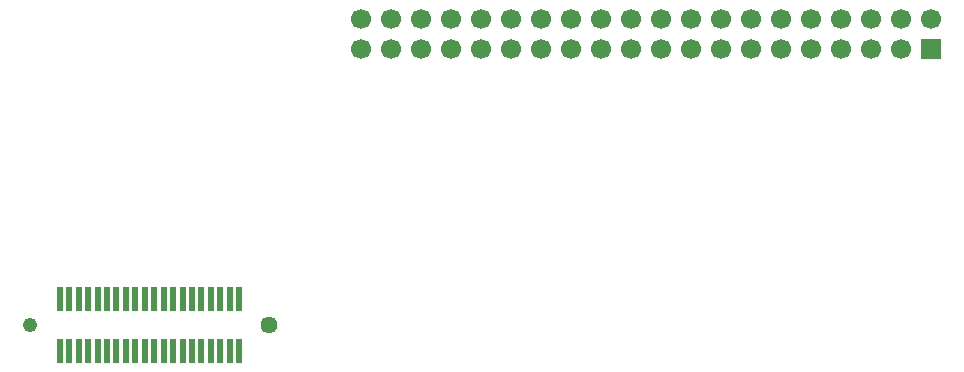
<source format=gbr>
G04 #@! TF.GenerationSoftware,KiCad,Pcbnew,9.0.1*
G04 #@! TF.CreationDate,2025-11-10T14:24:31+01:00*
G04 #@! TF.ProjectId,Debugmodul,44656275-676d-46f6-9475-6c2e6b696361,rev?*
G04 #@! TF.SameCoordinates,Original*
G04 #@! TF.FileFunction,Soldermask,Top*
G04 #@! TF.FilePolarity,Negative*
%FSLAX46Y46*%
G04 Gerber Fmt 4.6, Leading zero omitted, Abs format (unit mm)*
G04 Created by KiCad (PCBNEW 9.0.1) date 2025-11-10 14:24:31*
%MOMM*%
%LPD*%
G01*
G04 APERTURE LIST*
%ADD10R,1.700000X1.700000*%
%ADD11C,1.700000*%
%ADD12C,1.230000*%
%ADD13C,1.442200*%
%ADD14R,0.500000X2.000000*%
%ADD15C,0.800000*%
%ADD16C,1.200000*%
G04 APERTURE END LIST*
D10*
X178260000Y-72000000D03*
D11*
X178260000Y-69460000D03*
X175720000Y-72000000D03*
X175720000Y-69460000D03*
X173180000Y-72000000D03*
X173180000Y-69460000D03*
X170640000Y-72000000D03*
X170640000Y-69460000D03*
X168100000Y-72000000D03*
X168100000Y-69460000D03*
X165560000Y-72000000D03*
X165560000Y-69460000D03*
X163020000Y-72000000D03*
X163020000Y-69460000D03*
X160480000Y-72000000D03*
X160480000Y-69460000D03*
X157940000Y-72000000D03*
X157940000Y-69460000D03*
X155400000Y-72000000D03*
X155400000Y-69460000D03*
X152860000Y-72000000D03*
X152860000Y-69460000D03*
X150320000Y-72000000D03*
X150320000Y-69460000D03*
X147780000Y-72000000D03*
X147780000Y-69460000D03*
X145240000Y-72000000D03*
X145240000Y-69460000D03*
X142700000Y-72000000D03*
X142700000Y-69460000D03*
X140160000Y-72000000D03*
X140160000Y-69460000D03*
X137620000Y-72000000D03*
X137620000Y-69460000D03*
X135080000Y-72000000D03*
X135080000Y-69460000D03*
X132540000Y-72000000D03*
X132540000Y-69460000D03*
X130000000Y-72000000D03*
X130000000Y-69460000D03*
D12*
X102000000Y-95400000D03*
D13*
X122200000Y-95400000D03*
D14*
X104500000Y-93200000D03*
X104500000Y-97600000D03*
X105300000Y-93200000D03*
X105300000Y-97600000D03*
X106100000Y-93200000D03*
X106100000Y-97600000D03*
X106900000Y-93200000D03*
X106900000Y-97600000D03*
X107700000Y-93200000D03*
X107700000Y-97600000D03*
X108500000Y-93200000D03*
X108500000Y-97600000D03*
X109300000Y-93200000D03*
X109300000Y-97600000D03*
X110100000Y-93200000D03*
X110100000Y-97600000D03*
X110900000Y-93200000D03*
X110900000Y-97600000D03*
X111700000Y-93200000D03*
X111700000Y-97600000D03*
X112500000Y-93200000D03*
X112500000Y-97600000D03*
X113300000Y-93200000D03*
X113300000Y-97600000D03*
X114100000Y-93200000D03*
X114100000Y-97600000D03*
X114900000Y-93200000D03*
X114900000Y-97600000D03*
X115700000Y-93200000D03*
X115700000Y-97600000D03*
X116500000Y-93200000D03*
X116500000Y-97600000D03*
X117300000Y-93200000D03*
X117300000Y-97600000D03*
X118100000Y-93200000D03*
X118100000Y-97600000D03*
X118900000Y-93200000D03*
X118900000Y-97600000D03*
X119700000Y-93200000D03*
X119700000Y-97600000D03*
D15*
X102000000Y-95400000D03*
D16*
X122200000Y-95400000D03*
M02*

</source>
